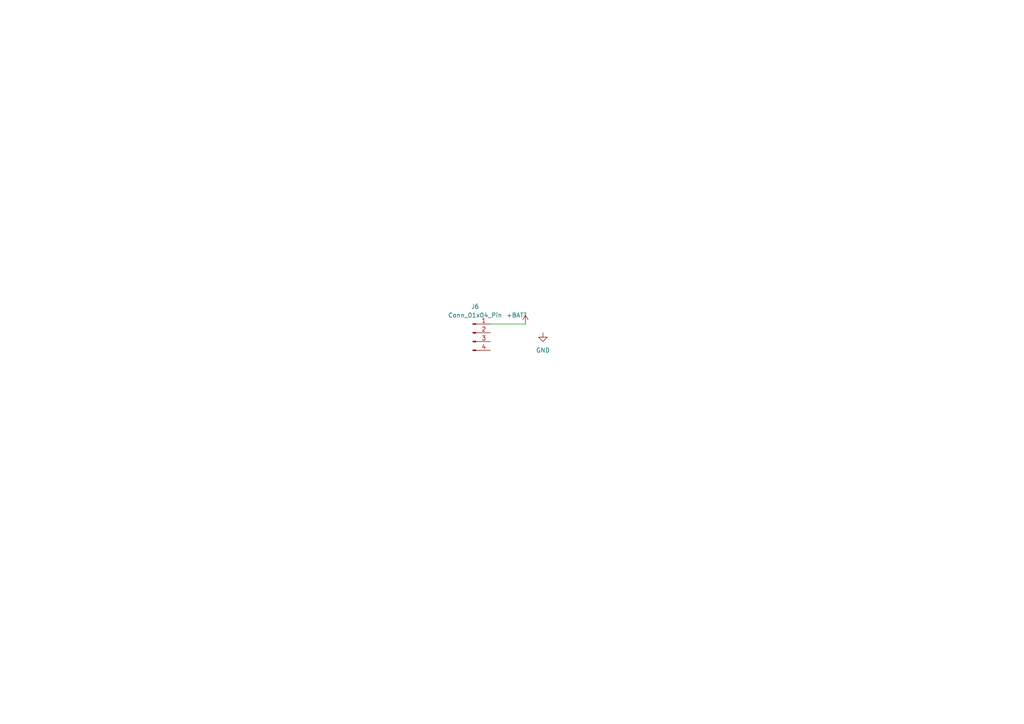
<source format=kicad_sch>
(kicad_sch (version 20230121) (generator eeschema)
  (paper "A4")
  (lib_symbols
    (symbol "Connector:Conn_01x04_Pin" (pin_names (offset 1.016) hide)
      (property "Reference" "J" (at 0 5.08 0))
      (property "Value" "Conn_01x04_Pin" (at 0 -7.62 0))
      (symbol "Conn_01x04_Pin_1_1"
        (polyline (pts (xy 1.27 -5.08) (xy 0.8636 -5.08)) (stroke (width 0.1524)))
        (polyline (pts (xy 1.27 -2.54) (xy 0.8636 -2.54)) (stroke (width 0.1524)))
        (polyline (pts (xy 1.27 0) (xy 0.8636 0)) (stroke (width 0.1524)))
        (polyline (pts (xy 1.27 2.54) (xy 0.8636 2.54)) (stroke (width 0.1524)))
        (rectangle (start 0.8636 -4.953) (end 0 -5.207) (stroke (width 0.1524)) (fill (type outline)))
        (rectangle (start 0.8636 -2.413) (end 0 -2.667) (stroke (width 0.1524)) (fill (type outline)))
        (rectangle (start 0.8636 0.127) (end 0 -0.127) (stroke (width 0.1524)) (fill (type outline)))
        (rectangle (start 0.8636 2.667) (end 0 2.413) (stroke (width 0.1524)) (fill (type outline)))
        (pin passive line (at 5.08 2.54 180) (length 3.81) (name "Pin_1") (number "1"))
        (pin passive line (at 5.08 0 180) (length 3.81) (name "Pin_2") (number "2"))
        (pin passive line (at 5.08 -2.54 180) (length 3.81) (name "Pin_3") (number "3"))
        (pin passive line (at 5.08 -5.08 180) (length 3.81) (name "Pin_4") (number "4"))
      )
    )
    (symbol "power:+BATT" (power) (pin_names (offset 0))
      (property "Value" "+BATT" (at 0 3.556 0))
      (symbol "+BATT_0_1"
        (polyline (pts (xy -0.762 1.27) (xy 0 2.54)))
        (polyline (pts (xy 0 0) (xy 0 2.54)))
        (polyline (pts (xy 0 2.54) (xy 0.762 1.27)))
      )
      (symbol "+BATT_1_1"
        (pin power_in line (at 0 0 90) (length 0) hide (name "+BATT") (number "1"))
      )
    )
    (symbol "power:GND" (power) (pin_names (offset 0))
      (property "Value" "GND" (at 0 -3.81 0))
      (symbol "GND_0_1"
        (polyline (pts (xy 0 0) (xy 0 -1.27) (xy 1.27 -1.27) (xy 0 -2.54) (xy -1.27 -1.27) (xy 0 -1.27)))
      )
      (symbol "GND_1_1"
        (pin power_in line (at 0 0 270) (length 0) hide (name "GND") (number "1"))
      )
    )
  )
  (wire (pts (xy 142.24 93.98) (xy 152.4 93.98)))
  (symbol (lib_id "power:GND") (at 157.48 96.52 0) (unit 1)
    (property "Reference" "#PWR016" (effects hide))
    (property "Value" "GND" (at 157.48 101.6 0))
  )
  (symbol (lib_id "power:+BATT") (at 152.4 93.98 0) (unit 1)
    (property "Reference" "#PWR036" (effects hide))
    (property "Value" "+BATT" (at 149.86 91.44 0))
    (instances (project "minimouse" (path "" (reference "#PWR036") (unit 1)) (path "" (reference "#PWR015") (unit 1))))
  )
  (symbol (lib_id "Connector:Conn_01x04_Pin") (at 137.16 96.52 0) (unit 1)
    (property "Reference" "J6" (at 137.795 88.9 0))
    (property "Value" "Conn_01x04_Pin" (at 137.795 91.44 0))
  )
)
</source>
